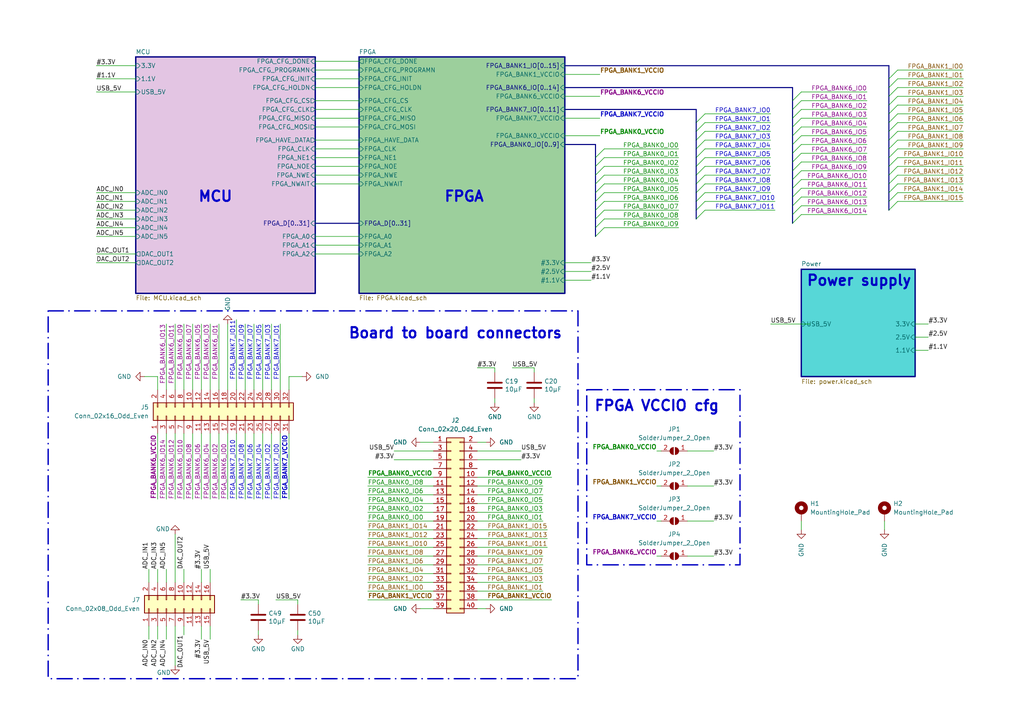
<source format=kicad_sch>
(kicad_sch (version 20231120) (generator "eeschema") (generator_version "8.0")
  (paper "A4")
  (lib_symbols
    (symbol "Connector_Generic:Conn_02x08_Odd_Even" (pin_names (offset 1.016) hide)
      (property "Reference" "J" (at 1.27 10.16 0))
      (property "Value" "Conn_02x08_Odd_Even" (at 1.27 -12.7 0))
      (symbol "Conn_02x08_Odd_Even_1_1"
        (rectangle (start -1.27 -10.033) (end 0 -10.287) (stroke (width 0.1524)))
        (rectangle (start -1.27 -7.493) (end 0 -7.747) (stroke (width 0.1524)))
        (rectangle (start -1.27 -4.953) (end 0 -5.207) (stroke (width 0.1524)))
        (rectangle (start -1.27 -2.413) (end 0 -2.667) (stroke (width 0.1524)))
        (rectangle (start -1.27 0.127) (end 0 -0.127) (stroke (width 0.1524)))
        (rectangle (start -1.27 2.667) (end 0 2.413) (stroke (width 0.1524)))
        (rectangle (start -1.27 5.207) (end 0 4.953) (stroke (width 0.1524)))
        (rectangle (start -1.27 7.747) (end 0 7.493) (stroke (width 0.1524)))
        (rectangle (start -1.27 8.89) (end 3.81 -11.43) (stroke (width 0.254)) (fill (type background)))
        (rectangle (start 3.81 -10.033) (end 2.54 -10.287) (stroke (width 0.1524)))
        (rectangle (start 3.81 -7.493) (end 2.54 -7.747) (stroke (width 0.1524)))
        (rectangle (start 3.81 -4.953) (end 2.54 -5.207) (stroke (width 0.1524)))
        (rectangle (start 3.81 -2.413) (end 2.54 -2.667) (stroke (width 0.1524)))
        (rectangle (start 3.81 0.127) (end 2.54 -0.127) (stroke (width 0.1524)))
        (rectangle (start 3.81 2.667) (end 2.54 2.413) (stroke (width 0.1524)))
        (rectangle (start 3.81 5.207) (end 2.54 4.953) (stroke (width 0.1524)))
        (rectangle (start 3.81 7.747) (end 2.54 7.493) (stroke (width 0.1524)))
        (pin passive line (at -5.08 7.62 0) (length 3.81) (name "Pin_1") (number "1"))
        (pin passive line (at 7.62 -2.54 180) (length 3.81) (name "Pin_10") (number "10"))
        (pin passive line (at -5.08 -5.08 0) (length 3.81) (name "Pin_11") (number "11"))
        (pin passive line (at 7.62 -5.08 180) (length 3.81) (name "Pin_12") (number "12"))
        (pin passive line (at -5.08 -7.62 0) (length 3.81) (name "Pin_13") (number "13"))
        (pin passive line (at 7.62 -7.62 180) (length 3.81) (name "Pin_14") (number "14"))
        (pin passive line (at -5.08 -10.16 0) (length 3.81) (name "Pin_15") (number "15"))
        (pin passive line (at 7.62 -10.16 180) (length 3.81) (name "Pin_16") (number "16"))
        (pin passive line (at 7.62 7.62 180) (length 3.81) (name "Pin_2") (number "2"))
        (pin passive line (at -5.08 5.08 0) (length 3.81) (name "Pin_3") (number "3"))
        (pin passive line (at 7.62 5.08 180) (length 3.81) (name "Pin_4") (number "4"))
        (pin passive line (at -5.08 2.54 0) (length 3.81) (name "Pin_5") (number "5"))
        (pin passive line (at 7.62 2.54 180) (length 3.81) (name "Pin_6") (number "6"))
        (pin passive line (at -5.08 0 0) (length 3.81) (name "Pin_7") (number "7"))
        (pin passive line (at 7.62 0 180) (length 3.81) (name "Pin_8") (number "8"))
        (pin passive line (at -5.08 -2.54 0) (length 3.81) (name "Pin_9") (number "9"))
      )
    )
    (symbol "Connector_Generic:Conn_02x16_Odd_Even" (pin_names (offset 1.016) hide)
      (property "Reference" "J" (at 1.27 20.32 0))
      (property "Value" "Conn_02x16_Odd_Even" (at 1.27 -22.86 0))
      (symbol "Conn_02x16_Odd_Even_1_1"
        (rectangle (start -1.27 -20.193) (end 0 -20.447) (stroke (width 0.1524)))
        (rectangle (start -1.27 -17.653) (end 0 -17.907) (stroke (width 0.1524)))
        (rectangle (start -1.27 -15.113) (end 0 -15.367) (stroke (width 0.1524)))
        (rectangle (start -1.27 -12.573) (end 0 -12.827) (stroke (width 0.1524)))
        (rectangle (start -1.27 -10.033) (end 0 -10.287) (stroke (width 0.1524)))
        (rectangle (start -1.27 -7.493) (end 0 -7.747) (stroke (width 0.1524)))
        (rectangle (start -1.27 -4.953) (end 0 -5.207) (stroke (width 0.1524)))
        (rectangle (start -1.27 -2.413) (end 0 -2.667) (stroke (width 0.1524)))
        (rectangle (start -1.27 0.127) (end 0 -0.127) (stroke (width 0.1524)))
        (rectangle (start -1.27 2.667) (end 0 2.413) (stroke (width 0.1524)))
        (rectangle (start -1.27 5.207) (end 0 4.953) (stroke (width 0.1524)))
        (rectangle (start -1.27 7.747) (end 0 7.493) (stroke (width 0.1524)))
        (rectangle (start -1.27 10.287) (end 0 10.033) (stroke (width 0.1524)))
        (rectangle (start -1.27 12.827) (end 0 12.573) (stroke (width 0.1524)))
        (rectangle (start -1.27 15.367) (end 0 15.113) (stroke (width 0.1524)))
        (rectangle (start -1.27 17.907) (end 0 17.653) (stroke (width 0.1524)))
        (rectangle (start -1.27 19.05) (end 3.81 -21.59) (stroke (width 0.254)) (fill (type background)))
        (rectangle (start 3.81 -20.193) (end 2.54 -20.447) (stroke (width 0.1524)))
        (rectangle (start 3.81 -17.653) (end 2.54 -17.907) (stroke (width 0.1524)))
        (rectangle (start 3.81 -15.113) (end 2.54 -15.367) (stroke (width 0.1524)))
        (rectangle (start 3.81 -12.573) (end 2.54 -12.827) (stroke (width 0.1524)))
        (rectangle (start 3.81 -10.033) (end 2.54 -10.287) (stroke (width 0.1524)))
        (rectangle (start 3.81 -7.493) (end 2.54 -7.747) (stroke (width 0.1524)))
        (rectangle (start 3.81 -4.953) (end 2.54 -5.207) (stroke (width 0.1524)))
        (rectangle (start 3.81 -2.413) (end 2.54 -2.667) (stroke (width 0.1524)))
        (rectangle (start 3.81 0.127) (end 2.54 -0.127) (stroke (width 0.1524)))
        (rectangle (start 3.81 2.667) (end 2.54 2.413) (stroke (width 0.1524)))
        (rectangle (start 3.81 5.207) (end 2.54 4.953) (stroke (width 0.1524)))
        (rectangle (start 3.81 7.747) (end 2.54 7.493) (stroke (width 0.1524)))
        (rectangle (start 3.81 10.287) (end 2.54 10.033) (stroke (width 0.1524)))
        (rectangle (start 3.81 12.827) (end 2.54 12.573) (stroke (width 0.1524)))
        (rectangle (start 3.81 15.367) (end 2.54 15.113) (stroke (width 0.1524)))
        (rectangle (start 3.81 17.907) (end 2.54 17.653) (stroke (width 0.1524)))
        (pin passive line (at -5.08 17.78 0) (length 3.81) (name "Pin_1") (number "1"))
        (pin passive line (at 7.62 7.62 180) (length 3.81) (name "Pin_10") (number "10"))
        (pin passive line (at -5.08 5.08 0) (length 3.81) (name "Pin_11") (number "11"))
        (pin passive line (at 7.62 5.08 180) (length 3.81) (name "Pin_12") (number "12"))
        (pin passive line (at -5.08 2.54 0) (length 3.81) (name "Pin_13") (number "13"))
        (pin passive line (at 7.62 2.54 180) (length 3.81) (name "Pin_14") (number "14"))
        (pin passive line (at -5.08 0 0) (length 3.81) (name "Pin_15") (number "15"))
        (pin passive line (at 7.62 0 180) (length 3.81) (name "Pin_16") (number "16"))
        (pin passive line (at -5.08 -2.54 0) (length 3.81) (name "Pin_17") (number "17"))
        (pin passive line (at 7.62 -2.54 180) (length 3.81) (name "Pin_18") (number "18"))
        (pin passive line (at -5.08 -5.08 0) (length 3.81) (name "Pin_19") (number "19"))
        (pin passive line (at 7.62 17.78 180) (length 3.81) (name "Pin_2") (number "2"))
        (pin passive line (at 7.62 -5.08 180) (length 3.81) (name "Pin_20") (number "20"))
        (pin passive line (at -5.08 -7.62 0) (length 3.81) (name "Pin_21") (number "21"))
        (pin passive line (at 7.62 -7.62 180) (length 3.81) (name "Pin_22") (number "22"))
        (pin passive line (at -5.08 -10.16 0) (length 3.81) (name "Pin_23") (number "23"))
        (pin passive line (at 7.62 -10.16 180) (length 3.81) (name "Pin_24") (number "24"))
        (pin passive line (at -5.08 -12.7 0) (length 3.81) (name "Pin_25") (number "25"))
        (pin passive line (at 7.62 -12.7 180) (length 3.81) (name "Pin_26") (number "26"))
        (pin passive line (at -5.08 -15.24 0) (length 3.81) (name "Pin_27") (number "27"))
        (pin passive line (at 7.62 -15.24 180) (length 3.81) (name "Pin_28") (number "28"))
        (pin passive line (at -5.08 -17.78 0) (length 3.81) (name "Pin_29") (number "29"))
        (pin passive line (at -5.08 15.24 0) (length 3.81) (name "Pin_3") (number "3"))
        (pin passive line (at 7.62 -17.78 180) (length 3.81) (name "Pin_30") (number "30"))
        (pin passive line (at -5.08 -20.32 0) (length 3.81) (name "Pin_31") (number "31"))
        (pin passive line (at 7.62 -20.32 180) (length 3.81) (name "Pin_32") (number "32"))
        (pin passive line (at 7.62 15.24 180) (length 3.81) (name "Pin_4") (number "4"))
        (pin passive line (at -5.08 12.7 0) (length 3.81) (name "Pin_5") (number "5"))
        (pin passive line (at 7.62 12.7 180) (length 3.81) (name "Pin_6") (number "6"))
        (pin passive line (at -5.08 10.16 0) (length 3.81) (name "Pin_7") (number "7"))
        (pin passive line (at 7.62 10.16 180) (length 3.81) (name "Pin_8") (number "8"))
        (pin passive line (at -5.08 7.62 0) (length 3.81) (name "Pin_9") (number "9"))
      )
    )
    (symbol "Connector_Generic:Conn_02x20_Odd_Even" (pin_names (offset 1.016) hide)
      (property "Reference" "J" (at 1.27 25.4 0))
      (property "Value" "Conn_02x20_Odd_Even" (at 1.27 -27.94 0))
      (symbol "Conn_02x20_Odd_Even_1_1"
        (rectangle (start -1.27 -25.273) (end 0 -25.527) (stroke (width 0.1524)))
        (rectangle (start -1.27 -22.733) (end 0 -22.987) (stroke (width 0.1524)))
        (rectangle (start -1.27 -20.193) (end 0 -20.447) (stroke (width 0.1524)))
        (rectangle (start -1.27 -17.653) (end 0 -17.907) (stroke (width 0.1524)))
        (rectangle (start -1.27 -15.113) (end 0 -15.367) (stroke (width 0.1524)))
        (rectangle (start -1.27 -12.573) (end 0 -12.827) (stroke (width 0.1524)))
        (rectangle (start -1.27 -10.033) (end 0 -10.287) (stroke (width 0.1524)))
        (rectangle (start -1.27 -7.493) (end 0 -7.747) (stroke (width 0.1524)))
        (rectangle (start -1.27 -4.953) (end 0 -5.207) (stroke (width 0.1524)))
        (rectangle (start -1.27 -2.413) (end 0 -2.667) (stroke (width 0.1524)))
        (rectangle (start -1.27 0.127) (end 0 -0.127) (stroke (width 0.1524)))
        (rectangle (start -1.27 2.667) (end 0 2.413) (stroke (width 0.1524)))
        (rectangle (start -1.27 5.207) (end 0 4.953) (stroke (width 0.1524)))
        (rectangle (start -1.27 7.747) (end 0 7.493) (stroke (width 0.1524)))
        (rectangle (start -1.27 10.287) (end 0 10.033) (stroke (width 0.1524)))
        (rectangle (start -1.27 12.827) (end 0 12.573) (stroke (width 0.1524)))
        (rectangle (start -1.27 15.367) (end 0 15.113) (stroke (width 0.1524)))
        (rectangle (start -1.27 17.907) (end 0 17.653) (stroke (width 0.1524)))
        (rectangle (start -1.27 20.447) (end 0 20.193) (stroke (width 0.1524)))
        (rectangle (start -1.27 22.987) (end 0 22.733) (stroke (width 0.1524)))
        (rectangle (start -1.27 24.13) (end 3.81 -26.67) (stroke (width 0.254)) (fill (type background)))
        (rectangle (start 3.81 -25.273) (end 2.54 -25.527) (stroke (width 0.1524)))
        (rectangle (start 3.81 -22.733) (end 2.54 -22.987) (stroke (width 0.1524)))
        (rectangle (start 3.81 -20.193) (end 2.54 -20.447) (stroke (width 0.1524)))
        (rectangle (start 3.81 -17.653) (end 2.54 -17.907) (stroke (width 0.1524)))
        (rectangle (start 3.81 -15.113) (end 2.54 -15.367) (stroke (width 0.1524)))
        (rectangle (start 3.81 -12.573) (end 2.54 -12.827) (stroke (width 0.1524)))
        (rectangle (start 3.81 -10.033) (end 2.54 -10.287) (stroke (width 0.1524)))
        (rectangle (start 3.81 -7.493) (end 2.54 -7.747) (stroke (width 0.1524)))
        (rectangle (start 3.81 -4.953) (end 2.54 -5.207) (stroke (width 0.1524)))
        (rectangle (start 3.81 -2.413) (end 2.54 -2.667) (stroke (width 0.1524)))
        (rectangle (start 3.81 0.127) (end 2.54 -0.127) (stroke (width 0.1524)))
        (rectangle (start 3.81 2.667) (end 2.54 2.413) (stroke (width 0.1524)))
        (rectangle (start 3.81 5.207) (end 2.54 4.953) (stroke (width 0.1524)))
        (rectangle (start 3.81 7.747) (end 2.54 7.493) (stroke (width 0.1524)))
        (rectangle (start 3.81 10.287) (end 2.54 10.033) (stroke (width 0.1524)))
        (rectangle (start 3.81 12.827) (end 2.54 12.573) (stroke (width 0.1524)))
        (rectangle (start 3.81 15.367) (end 2.54 15.113) (stroke (width 0.1524)))
        (rectangle (start 3.81 17.907) (end 2.54 17.653) (stroke (width 0.1524)))
        (rectangle (start 3.81 20.447) (end 2.54 20.193) (stroke (width 0.1524)))
        (rectangle (start 3.81 22.987) (end 2.54 22.733) (stroke (width 0.1524)))
        (pin passive line (at -5.08 22.86 0) (length 3.81) (name "Pin_1") (number "1"))
        (pin passive line (at 7.62 12.7 180) (length 3.81) (name "Pin_10") (number "10"))
        (pin passive line (at -5.08 10.16 0) (length 3.81) (name "Pin_11") (number "11"))
        (pin passive line (at 7.62 10.16 180) (length 3.81) (name "Pin_12") (number "12"))
        (pin passive line (at -5.08 7.62 0) (length 3.81) (name "Pin_13") (number "13"))
        (pin passive line (at 7.62 7.62 180) (length 3.81) (name "Pin_14") (number "14"))
        (pin passive line (at -5.08 5.08 0) (length 3.81) (name "Pin_15") (number "15"))
        (pin passive line (at 7.62 5.08 180) (length 3.81) (name "Pin_16") (number "16"))
        (pin passive line (at -5.08 2.54 0) (length 3.81) (name "Pin_17") (number "17"))
        (pin passive line (at 7.62 2.54 180) (length 3.81) (name "Pin_18") (number "18"))
        (pin passive line (at -5.08 0 0) (length 3.81) (name "Pin_19") (number "19"))
        (pin passive line (at 7.62 22.86 180) (length 3.81) (name "Pin_2") (number "2"))
        (pin passive line (at 7.62 0 180) (length 3.81) (name "Pin_20") (number "20"))
        (pin passive line (at -5.08 -2.54 0) (length 3.81) (name "Pin_21") (number "21"))
        (pin passive line (at 7.62 -2.54 180) (length 3.81) (name "Pin_22") (number "22"))
        (pin passive line (at -5.08 -5.08 0) (length 3.81) (name "Pin_23") (number "23"))
        (pin passive line (at 7.62 -5.08 180) (length 3.81) (name "Pin_24") (number "24"))
        (pin passive line (at -5.08 -7.62 0) (length 3.81) (name "Pin_25") (number "25"))
        (pin passive line (at 7.62 -7.62 180) (length 3.81) (name "Pin_26") (number "26"))
        (pin passive line (at -5.08 -10.16 0) (length 3.81) (name "Pin_27") (number "27"))
        (pin passive line (at 7.62 -10.16 180) (length 3.81) (name "Pin_28") (number "28"))
        (pin passive line (at -5.08 -12.7 0) (length 3.81) (name "Pin_29") (number "29"))
        (pin passive line (at -5.08 20.32 0) (length 3.81) (name "Pin_3") (number "3"))
        (pin passive line (at 7.62 -12.7 180) (length 3.81) (name "Pin_30") (number "30"))
        (pin passive line (at -5.08 -15.24 0) (length 3.81) (name "Pin_31") (number "31"))
        (pin passive line (at 7.62 -15.24 180) (length 3.81) (name "Pin_32") (number "32"))
        (pin passive line (at -5.08 -17.78 0) (length 3.81) (name "Pin_33") (number "33"))
        (pin passive line (at 7.62 -17.78 180) (length 3.81) (name "Pin_34") (number "34"))
        (pin passive line (at -5.08 -20.32 0) (length 3.81) (name "Pin_35") (number "35"))
        (pin passive line (at 7.62 -20.32 180) (length 3.81) (name "Pin_36") (number "36"))
        (pin passive line (at -5.08 -22.86 0) (length 3.81) (name "Pin_37") (number "37"))
        (pin passive line (at 7.62 -22.86 180) (length 3.81) (name "Pin_38") (number "38"))
        (pin passive line (at -5.08 -25.4 0) (length 3.81) (name "Pin_39") (number "39"))
        (pin passive line (at 7.62 20.32 180) (length 3.81) (name "Pin_4") (number "4"))
        (pin passive line (at 7.62 -25.4 180) (length 3.81) (name "Pin_40") (number "40"))
        (pin passive line (at -5.08 17.78 0) (length 3.81) (name "Pin_5") (number "5"))
        (pin passive line (at 7.62 17.78 180) (length 3.81) (name "Pin_6") (number "6"))
        (pin passive line (at -5.08 15.24 0) (length 3.81) (name "Pin_7") (number "7"))
        (pin passive line (at 7.62 15.24 180) (length 3.81) (name "Pin_8") (number "8"))
        (pin passive line (at -5.08 12.7 0) (length 3.81) (name "Pin_9") (number "9"))
      )
    )
    (symbol "Device:C" (pin_numbers hide) (pin_names (offset 0.254))
      (property "Reference" "C" (at 0.635 2.54 0))
      (property "Value" "C" (at 0.635 -2.54 0))
      (symbol "C_0_1"
        (polyline (pts (xy -2.032 -0.762) (xy 2.032 -0.762)) (stroke (width 0.508)))
        (polyline (pts (xy -2.032 0.762) (xy 2.032 0.762)) (stroke (width 0.508)))
      )
      (symbol "C_1_1"
        (pin passive line (at 0 3.81 270) (length 2.794) (name "~") (number "1"))
        (pin passive line (at 0 -3.81 90) (length 2.794) (name "~") (number "2"))
      )
    )
    (symbol "Jumper:SolderJumper_2_Open" (pin_names (offset 0) hide)
      (property "Reference" "JP" (at 0 2.032 0))
      (property "Value" "SolderJumper_2_Open" (at 0 -2.54 0))
      (symbol "SolderJumper_2_Open_0_1"
        (arc (start -0.254 1.016) (mid -1.2656 0) (end -0.254 -1.016))
        (arc (start -0.254 1.016) (mid -1.2656 0) (end -0.254 -1.016) (fill (type outline)))
        (polyline (pts (xy -0.254 1.016) (xy -0.254 -1.016)))
        (polyline (pts (xy 0.254 1.016) (xy 0.254 -1.016)))
        (arc (start 0.254 -1.016) (mid 1.2656 0) (end 0.254 1.016))
        (arc (start 0.254 -1.016) (mid 1.2656 0) (end 0.254 1.016) (fill (type outline)))
      )
      (symbol "SolderJumper_2_Open_1_1"
        (pin passive line (at -3.81 0 0) (length 2.54) (name "A") (number "1"))
        (pin passive line (at 3.81 0 180) (length 2.54) (name "B") (number "2"))
      )
    )
    (symbol "Mechanical:MountingHole_Pad" (pin_numbers hide) (pin_names (offset 1.016) hide)
      (property "Reference" "H" (at 0 6.35 0))
      (property "Value" "MountingHole_Pad" (at 0 4.445 0))
      (symbol "MountingHole_Pad_0_1"
        (circle (center 0 1.27) (radius 1.27) (stroke (width 1.27)))
      )
      (symbol "MountingHole_Pad_1_1"
        (pin input line (at 0 -2.54 90) (length 2.54) (name "1") (number "1"))
      )
    )
    (symbol "power:GND" (power) (pin_names (offset 0))
      (property "Value" "GND" (at 0 -3.81 0))
      (symbol "GND_0_1"
        (polyline (pts (xy 0 0) (xy 0 -1.27) (xy 1.27 -1.27) (xy 0 -2.54) (xy -1.27 -1.27) (xy 0 -1.27)))
      )
      (symbol "GND_1_1"
        (pin power_in line (at 0 0 270) (length 0) hide (name "GND") (number "1"))
      )
    )
  )
  (bus_entry (at 260.35 25.4) (size -2.54 2.54))
  (bus_entry (at 260.35 22.86) (size -2.54 2.54))
  (bus_entry (at 260.35 53.34) (size -2.54 2.54))
  (bus_entry (at 204.47 35.56) (size -2.54 2.54))
  (bus_entry (at 260.35 40.64) (size -2.54 2.54))
  (bus_entry (at 229.87 34.29) (size 2.54 -2.54))
  (bus_entry (at 229.87 49.53) (size 2.54 -2.54))
  (bus_entry (at 260.35 33.02) (size -2.54 2.54))
  (bus_entry (at 229.87 59.69) (size 2.54 -2.54))
  (bus_entry (at 175.26 50.8) (size -2.54 2.54))
  (bus_entry (at 229.87 64.77) (size 2.54 -2.54))
  (bus_entry (at 204.47 43.18) (size -2.54 2.54))
  (bus_entry (at 175.26 60.96) (size -2.54 2.54))
  (bus_entry (at 229.87 39.37) (size 2.54 -2.54))
  (bus_entry (at 204.47 55.88) (size -2.54 2.54))
  (bus_entry (at 260.35 48.26) (size -2.54 2.54))
  (bus_entry (at 175.26 48.26) (size -2.54 2.54))
  (bus_entry (at 260.35 45.72) (size -2.54 2.54))
  (bus_entry (at 204.47 58.42) (size -2.54 2.54))
  (bus_entry (at 229.87 46.99) (size 2.54 -2.54))
  (bus_entry (at 175.26 43.18) (size -2.54 2.54))
  (bus_entry (at 260.35 50.8) (size -2.54 2.54))
  (bus_entry (at 175.26 45.72) (size -2.54 2.54))
  (bus_entry (at 204.47 48.26) (size -2.54 2.54))
  (bus_entry (at 204.47 45.72) (size -2.54 2.54))
  (bus_entry (at 229.87 41.91) (size 2.54 -2.54))
  (bus_entry (at 204.47 50.8) (size -2.54 2.54))
  (bus_entry (at 229.87 44.45) (size 2.54 -2.54))
  (bus_entry (at 204.47 33.02) (size -2.54 2.54))
  (bus_entry (at 204.47 60.96) (size -2.54 2.54))
  (bus_entry (at 175.26 66.04) (size -2.54 2.54))
  (bus_entry (at 204.47 40.64) (size -2.54 2.54))
  (bus_entry (at 229.87 29.21) (size 2.54 -2.54))
  (bus_entry (at 229.87 54.61) (size 2.54 -2.54))
  (bus_entry (at 229.87 31.75) (size 2.54 -2.54))
  (bus_entry (at 229.87 52.07) (size 2.54 -2.54))
  (bus_entry (at 229.87 62.23) (size 2.54 -2.54))
  (bus_entry (at 260.35 58.42) (size -2.54 2.54))
  (bus_entry (at 260.35 43.18) (size -2.54 2.54))
  (bus_entry (at 260.35 30.48) (size -2.54 2.54))
  (bus_entry (at 260.35 55.88) (size -2.54 2.54))
  (bus_entry (at 229.87 36.83) (size 2.54 -2.54))
  (bus_entry (at 260.35 35.56) (size -2.54 2.54))
  (bus_entry (at 175.26 58.42) (size -2.54 2.54))
  (bus_entry (at 175.26 53.34) (size -2.54 2.54))
  (bus_entry (at 204.47 38.1) (size -2.54 2.54))
  (bus_entry (at 260.35 20.32) (size -2.54 2.54))
  (bus_entry (at 229.87 57.15) (size 2.54 -2.54))
  (bus_entry (at 175.26 55.88) (size -2.54 2.54))
  (bus_entry (at 260.35 27.94) (size -2.54 2.54))
  (bus_entry (at 175.26 63.5) (size -2.54 2.54))
  (bus_entry (at 260.35 38.1) (size -2.54 2.54))
  (bus_entry (at 204.47 53.34) (size -2.54 2.54))
  (wire (pts (xy 68.58 144.78) (xy 68.58 125.73)))
  (wire (pts (xy 91.44 20.32) (xy 104.14 20.32)))
  (wire (pts (xy 63.5 93.98) (xy 63.5 113.03)))
  (bus (pts (xy 172.72 58.42) (xy 172.72 60.96)))
  (bus (pts (xy 201.93 50.8) (xy 201.93 53.34)))
  (wire (pts (xy 251.46 57.15) (xy 232.41 57.15)))
  (wire (pts (xy 121.92 176.53) (xy 125.73 176.53)))
  (wire (pts (xy 74.93 173.99) (xy 74.93 175.26)))
  (bus (pts (xy 257.81 22.86) (xy 257.81 25.4)))
  (wire (pts (xy 45.72 185.42) (xy 45.72 181.61)))
  (wire (pts (xy 106.68 166.37) (xy 125.73 166.37)))
  (wire (pts (xy 91.44 73.66) (xy 104.14 73.66)))
  (bus (pts (xy 172.72 66.04) (xy 172.72 68.58)))
  (wire (pts (xy 43.18 185.42) (xy 43.18 181.61)))
  (wire (pts (xy 81.28 144.78) (xy 81.28 125.73)))
  (bus (pts (xy 172.72 50.8) (xy 172.72 53.34)))
  (wire (pts (xy 256.54 153.67) (xy 256.54 151.13)))
  (wire (pts (xy 60.96 125.73) (xy 60.96 144.78)))
  (bus (pts (xy 257.81 55.88) (xy 257.81 58.42)))
  (bus (pts (xy 257.81 45.72) (xy 257.81 48.26)))
  (wire (pts (xy 58.42 185.42) (xy 58.42 181.61)))
  (wire (pts (xy 163.83 76.2) (xy 171.45 76.2)))
  (wire (pts (xy 279.4 25.4) (xy 260.35 25.4)))
  (wire (pts (xy 163.83 81.28) (xy 171.45 81.28)))
  (wire (pts (xy 223.52 35.56) (xy 204.47 35.56)))
  (bus (pts (xy 257.81 33.02) (xy 257.81 35.56)))
  (wire (pts (xy 91.44 53.34) (xy 104.14 53.34)))
  (bus (pts (xy 257.81 25.4) (xy 257.81 27.94)))
  (wire (pts (xy 196.85 48.26) (xy 175.26 48.26)))
  (wire (pts (xy 190.5 130.81) (xy 191.77 130.81)))
  (wire (pts (xy 265.43 93.98) (xy 269.24 93.98)))
  (wire (pts (xy 279.4 53.34) (xy 260.35 53.34)))
  (wire (pts (xy 27.94 63.5) (xy 39.37 63.5)))
  (wire (pts (xy 151.13 133.35) (xy 138.43 133.35)))
  (wire (pts (xy 114.3 130.81) (xy 125.73 130.81)))
  (wire (pts (xy 106.68 173.99) (xy 125.73 173.99)))
  (wire (pts (xy 138.43 173.99) (xy 160.02 173.99)))
  (wire (pts (xy 73.66 93.98) (xy 73.66 113.03)))
  (bus (pts (xy 229.87 46.99) (xy 229.87 49.53)))
  (wire (pts (xy 251.46 36.83) (xy 232.41 36.83)))
  (wire (pts (xy 223.52 50.8) (xy 204.47 50.8)))
  (wire (pts (xy 279.4 35.56) (xy 260.35 35.56)))
  (wire (pts (xy 163.83 39.37) (xy 173.99 39.37)))
  (wire (pts (xy 143.51 116.84) (xy 143.51 115.57)))
  (wire (pts (xy 58.42 165.1) (xy 58.42 168.91)))
  (wire (pts (xy 60.96 165.1) (xy 60.96 168.91)))
  (wire (pts (xy 279.4 38.1) (xy 260.35 38.1)))
  (wire (pts (xy 86.36 173.99) (xy 86.36 175.26)))
  (wire (pts (xy 251.46 26.67) (xy 232.41 26.67)))
  (wire (pts (xy 251.46 54.61) (xy 232.41 54.61)))
  (bus (pts (xy 91.44 64.77) (xy 104.14 64.77)))
  (wire (pts (xy 138.43 128.27) (xy 140.97 128.27)))
  (wire (pts (xy 199.39 140.97) (xy 207.01 140.97)))
  (bus (pts (xy 229.87 49.53) (xy 229.87 52.07)))
  (wire (pts (xy 106.68 140.97) (xy 125.73 140.97)))
  (bus (pts (xy 201.93 53.34) (xy 201.93 55.88)))
  (wire (pts (xy 163.83 27.94) (xy 173.99 27.94)))
  (wire (pts (xy 66.04 144.78) (xy 66.04 125.73)))
  (wire (pts (xy 251.46 49.53) (xy 232.41 49.53)))
  (wire (pts (xy 199.39 151.13) (xy 207.01 151.13)))
  (bus (pts (xy 163.83 25.4) (xy 229.87 25.4)))
  (wire (pts (xy 223.52 33.02) (xy 204.47 33.02)))
  (wire (pts (xy 91.44 25.4) (xy 104.14 25.4)))
  (wire (pts (xy 83.82 125.73) (xy 83.82 144.78)))
  (bus (pts (xy 257.81 48.26) (xy 257.81 50.8)))
  (wire (pts (xy 190.5 161.29) (xy 191.77 161.29)))
  (bus (pts (xy 172.72 45.72) (xy 172.72 48.26)))
  (wire (pts (xy 45.72 144.78) (xy 45.72 125.73)))
  (wire (pts (xy 138.43 140.97) (xy 157.48 140.97)))
  (bus (pts (xy 163.83 31.75) (xy 201.93 31.75)))
  (wire (pts (xy 163.83 78.74) (xy 171.45 78.74)))
  (bus (pts (xy 163.83 19.05) (xy 257.81 19.05)))
  (wire (pts (xy 91.44 17.78) (xy 104.14 17.78)))
  (bus (pts (xy 257.81 40.64) (xy 257.81 43.18)))
  (wire (pts (xy 251.46 62.23) (xy 232.41 62.23)))
  (wire (pts (xy 55.88 144.78) (xy 55.88 125.73)))
  (wire (pts (xy 27.94 26.67) (xy 39.37 26.67)))
  (wire (pts (xy 106.68 161.29) (xy 125.73 161.29)))
  (wire (pts (xy 106.68 153.67) (xy 125.73 153.67)))
  (bus (pts (xy 257.81 58.42) (xy 257.81 60.96)))
  (bus (pts (xy 229.87 44.45) (xy 229.87 46.99)))
  (wire (pts (xy 223.52 53.34) (xy 204.47 53.34)))
  (wire (pts (xy 55.88 93.98) (xy 55.88 113.03)))
  (wire (pts (xy 158.75 153.67) (xy 138.43 153.67)))
  (bus (pts (xy 229.87 59.69) (xy 229.87 62.23)))
  (wire (pts (xy 76.2 144.78) (xy 76.2 125.73)))
  (wire (pts (xy 223.52 38.1) (xy 204.47 38.1)))
  (wire (pts (xy 154.94 106.68) (xy 154.94 107.95)))
  (bus (pts (xy 229.87 25.4) (xy 229.87 29.21)))
  (wire (pts (xy 68.58 92.71) (xy 68.58 113.03)))
  (wire (pts (xy 48.26 93.98) (xy 48.26 113.03)))
  (wire (pts (xy 50.8 154.94) (xy 50.8 168.91)))
  (bus (pts (xy 201.93 40.64) (xy 201.93 43.18)))
  (bus (pts (xy 172.72 48.26) (xy 172.72 50.8)))
  (wire (pts (xy 279.4 43.18) (xy 260.35 43.18)))
  (wire (pts (xy 232.41 153.67) (xy 232.41 151.13)))
  (wire (pts (xy 138.43 151.13) (xy 157.48 151.13)))
  (wire (pts (xy 53.34 184.15) (xy 53.34 181.61)))
  (wire (pts (xy 91.44 48.26) (xy 104.14 48.26)))
  (wire (pts (xy 138.43 138.43) (xy 160.02 138.43)))
  (bus (pts (xy 172.72 63.5) (xy 172.72 66.04)))
  (wire (pts (xy 53.34 144.78) (xy 53.34 125.73)))
  (wire (pts (xy 279.4 45.72) (xy 260.35 45.72)))
  (wire (pts (xy 196.85 66.04) (xy 175.26 66.04)))
  (wire (pts (xy 143.51 106.68) (xy 143.51 107.95)))
  (wire (pts (xy 223.52 48.26) (xy 204.47 48.26)))
  (bus (pts (xy 201.93 31.75) (xy 201.93 35.56)))
  (wire (pts (xy 80.01 173.99) (xy 86.36 173.99)))
  (bus (pts (xy 201.93 60.96) (xy 201.93 63.5)))
  (wire (pts (xy 251.46 46.99) (xy 232.41 46.99)))
  (bus (pts (xy 257.81 35.56) (xy 257.81 38.1)))
  (wire (pts (xy 83.82 109.22) (xy 83.82 113.03)))
  (wire (pts (xy 196.85 60.96) (xy 175.26 60.96)))
  (bus (pts (xy 229.87 36.83) (xy 229.87 39.37)))
  (wire (pts (xy 157.48 161.29) (xy 138.43 161.29)))
  (wire (pts (xy 27.94 58.42) (xy 39.37 58.42)))
  (bus (pts (xy 257.81 27.94) (xy 257.81 30.48)))
  (wire (pts (xy 69.85 173.99) (xy 74.93 173.99)))
  (bus (pts (xy 201.93 45.72) (xy 201.93 48.26)))
  (wire (pts (xy 279.4 30.48) (xy 260.35 30.48)))
  (wire (pts (xy 199.39 130.81) (xy 207.01 130.81)))
  (bus (pts (xy 257.81 53.34) (xy 257.81 55.88)))
  (wire (pts (xy 279.4 27.94) (xy 260.35 27.94)))
  (wire (pts (xy 251.46 31.75) (xy 232.41 31.75)))
  (wire (pts (xy 163.83 34.29) (xy 173.99 34.29)))
  (bus (pts (xy 229.87 34.29) (xy 229.87 36.83)))
  (wire (pts (xy 223.52 43.18) (xy 204.47 43.18)))
  (wire (pts (xy 251.46 44.45) (xy 232.41 44.45)))
  (wire (pts (xy 279.4 58.42) (xy 260.35 58.42)))
  (wire (pts (xy 138.43 148.59) (xy 157.48 148.59)))
  (wire (pts (xy 41.91 109.22) (xy 45.72 109.22)))
  (bus (pts (xy 229.87 29.21) (xy 229.87 31.75)))
  (wire (pts (xy 27.94 60.96) (xy 39.37 60.96)))
  (wire (pts (xy 106.68 171.45) (xy 125.73 171.45)))
  (wire (pts (xy 151.13 130.81) (xy 138.43 130.81)))
  (bus (pts (xy 229.87 52.07) (xy 229.87 54.61)))
  (wire (pts (xy 76.2 93.98) (xy 76.2 113.03)))
  (wire (pts (xy 121.92 128.27) (xy 125.73 128.27)))
  (wire (pts (xy 106.68 138.43) (xy 125.73 138.43)))
  (bus (pts (xy 257.81 30.48) (xy 257.81 33.02)))
  (bus (pts (xy 172.72 60.96) (xy 172.72 63.5)))
  (wire (pts (xy 196.85 43.18) (xy 175.26 43.18)))
  (wire (pts (xy 163.83 21.59) (xy 173.99 21.59)))
  (wire (pts (xy 157.48 168.91) (xy 138.43 168.91)))
  (wire (pts (xy 196.85 55.88) (xy 175.26 55.88)))
  (wire (pts (xy 86.36 184.15) (xy 86.36 182.88)))
  (wire (pts (xy 106.68 143.51) (xy 125.73 143.51)))
  (wire (pts (xy 45.72 109.22) (xy 45.72 113.03)))
  (wire (pts (xy 106.68 168.91) (xy 125.73 168.91)))
  (wire (pts (xy 48.26 144.78) (xy 48.26 125.73)))
  (bus (pts (xy 229.87 62.23) (xy 229.87 64.77)))
  (wire (pts (xy 91.44 29.21) (xy 104.14 29.21)))
  (wire (pts (xy 157.48 163.83) (xy 138.43 163.83)))
  (wire (pts (xy 58.42 144.78) (xy 58.42 125.73)))
  (wire (pts (xy 91.44 31.75) (xy 104.14 31.75)))
  (wire (pts (xy 158.75 156.21) (xy 138.43 156.21)))
  (wire (pts (xy 223.52 93.98) (xy 234.95 93.98)))
  (bus (pts (xy 201.93 35.56) (xy 201.93 38.1)))
  (wire (pts (xy 106.68 151.13) (xy 125.73 151.13)))
  (bus (pts (xy 257.81 38.1) (xy 257.81 40.64)))
  (wire (pts (xy 39.37 19.05) (xy 27.94 19.05)))
  (bus (pts (xy 257.81 19.05) (xy 257.81 22.86)))
  (wire (pts (xy 60.96 93.98) (xy 60.96 113.03)))
  (wire (pts (xy 63.5 144.78) (xy 63.5 125.73)))
  (wire (pts (xy 106.68 148.59) (xy 125.73 148.59)))
  (bus (pts (xy 172.72 53.34) (xy 172.72 55.88)))
  (wire (pts (xy 91.44 40.64) (xy 104.14 40.64)))
  (bus (pts (xy 229.87 54.61) (xy 229.87 57.15)))
  (wire (pts (xy 66.04 93.98) (xy 66.04 113.03)))
  (bus (pts (xy 229.87 31.75) (xy 229.87 34.29)))
  (wire (pts (xy 223.52 40.64) (xy 204.47 40.64)))
  (wire (pts (xy 138.43 146.05) (xy 157.48 146.05)))
  (wire (pts (xy 73.66 144.78) (xy 73.66 125.73)))
  (wire (pts (xy 91.44 45.72) (xy 104.14 45.72)))
  (wire (pts (xy 45.72 165.1) (xy 45.72 168.91)))
  (wire (pts (xy 48.26 185.42) (xy 48.26 181.61)))
  (wire (pts (xy 196.85 45.72) (xy 175.26 45.72)))
  (wire (pts (xy 251.46 59.69) (xy 232.41 59.69)))
  (wire (pts (xy 223.52 55.88) (xy 204.47 55.88)))
  (wire (pts (xy 224.79 58.42) (xy 204.47 58.42)))
  (wire (pts (xy 196.85 63.5) (xy 175.26 63.5)))
  (wire (pts (xy 27.94 73.66) (xy 39.37 73.66)))
  (wire (pts (xy 106.68 158.75) (xy 125.73 158.75)))
  (wire (pts (xy 71.12 144.78) (xy 71.12 125.73)))
  (wire (pts (xy 78.74 93.98) (xy 78.74 113.03)))
  (bus (pts (xy 229.87 39.37) (xy 229.87 41.91)))
  (bus (pts (xy 163.83 41.91) (xy 172.72 41.91)))
  (wire (pts (xy 71.12 93.98) (xy 71.12 113.03)))
  (wire (pts (xy 87.63 109.22) (xy 83.82 109.22)))
  (wire (pts (xy 60.96 185.42) (xy 60.96 181.61)))
  (wire (pts (xy 157.48 166.37) (xy 138.43 166.37)))
  (wire (pts (xy 27.94 68.58) (xy 39.37 68.58)))
  (bus (pts (xy 172.72 41.91) (xy 172.72 45.72)))
  (bus (pts (xy 257.81 50.8) (xy 257.81 53.34)))
  (wire (pts (xy 251.46 29.21) (xy 232.41 29.21)))
  (wire (pts (xy 106.68 156.21) (xy 125.73 156.21)))
  (wire (pts (xy 106.68 163.83) (xy 125.73 163.83)))
  (wire (pts (xy 91.44 34.29) (xy 104.14 34.29)))
  (wire (pts (xy 251.46 39.37) (xy 232.41 39.37)))
  (wire (pts (xy 81.28 93.98) (xy 81.28 113.03)))
  (wire (pts (xy 48.26 165.1) (xy 48.26 168.91)))
  (wire (pts (xy 190.5 140.97) (xy 191.77 140.97)))
  (bus (pts (xy 201.93 38.1) (xy 201.93 40.64)))
  (wire (pts (xy 251.46 52.07) (xy 232.41 52.07)))
  (wire (pts (xy 58.42 93.98) (xy 58.42 113.03)))
  (wire (pts (xy 199.39 161.29) (xy 207.01 161.29)))
  (wire (pts (xy 196.85 50.8) (xy 175.26 50.8)))
  (wire (pts (xy 43.18 165.1) (xy 43.18 168.91)))
  (wire (pts (xy 224.79 60.96) (xy 204.47 60.96)))
  (wire (pts (xy 251.46 34.29) (xy 232.41 34.29)))
  (wire (pts (xy 279.4 48.26) (xy 260.35 48.26)))
  (wire (pts (xy 50.8 144.78) (xy 50.8 125.73)))
  (wire (pts (xy 158.75 158.75) (xy 138.43 158.75)))
  (wire (pts (xy 91.44 43.18) (xy 104.14 43.18)))
  (wire (pts (xy 138.43 143.51) (xy 157.48 143.51)))
  (bus (pts (xy 201.93 55.88) (xy 201.93 58.42)))
  (wire (pts (xy 27.94 66.04) (xy 39.37 66.04)))
  (wire (pts (xy 53.34 93.98) (xy 53.34 113.03)))
  (bus (pts (xy 229.87 57.15) (xy 229.87 59.69)))
  (wire (pts (xy 53.34 165.1) (xy 53.34 168.91)))
  (wire (pts (xy 279.4 50.8) (xy 260.35 50.8)))
  (wire (pts (xy 27.94 22.86) (xy 39.37 22.86)))
  (wire (pts (xy 91.44 36.83) (xy 104.14 36.83)))
  (bus (pts (xy 201.93 58.42) (xy 201.93 60.96)))
  (wire (pts (xy 78.74 144.78) (xy 78.74 125.73)))
  (wire (pts (xy 27.94 76.2) (xy 39.37 76.2)))
  (wire (pts (xy 27.94 55.88) (xy 39.37 55.88)))
  (wire (pts (xy 223.52 45.72) (xy 204.47 45.72)))
  (wire (pts (xy 265.43 97.79) (xy 269.24 97.79)))
  (wire (pts (xy 157.48 171.45) (xy 138.43 171.45)))
  (wire (pts (xy 91.44 68.58) (xy 104.14 68.58)))
  (bus (pts (xy 201.93 43.18) (xy 201.93 45.72)))
  (wire (pts (xy 74.93 184.15) (xy 74.93 182.88)))
  (wire (pts (xy 279.4 33.02) (xy 260.35 33.02)))
  (wire (pts (xy 91.44 22.86) (xy 104.14 22.86)))
  (wire (pts (xy 106.68 146.05) (xy 125.73 146.05)))
  (bus (pts (xy 257.81 43.18) (xy 257.81 45.72)))
  (wire (pts (xy 279.4 22.86) (xy 260.35 22.86)))
  (wire (pts (xy 138.43 176.53) (xy 140.97 176.53)))
  (wire (pts (xy 91.44 71.12) (xy 104.14 71.12)))
  (wire (pts (xy 138.43 106.68) (xy 143.51 106.68)))
  (wire (pts (xy 279.4 40.64) (xy 260.35 40.64)))
  (wire (pts (xy 190.5 151.13) (xy 191.77 151.13)))
  (wire (pts (xy 148.59 106.68) (xy 154.94 106.68)))
  (wire (pts (xy 196.85 53.34) (xy 175.26 53.34)))
  (wire (pts (xy 154.94 116.84) (xy 154.94 115.57)))
  (wire (pts (xy 265.43 101.6) (xy 269.24 101.6)))
  (bus (pts (xy 201.93 48.26) (xy 201.93 50.8)))
  (wire (pts (xy 251.46 41.91) (xy 232.41 41.91)))
  (wire (pts (xy 279.4 55.88) (xy 260.35 55.88)))
  (wire (pts (xy 279.4 20.32) (xy 260.35 20.32)))
  (wire (pts (xy 114.3 133.35) (xy 125.73 133.35)))
  (wire (pts (xy 50.8 93.98) (xy 50.8 113.03)))
  (wire (pts (xy 91.44 50.8) (xy 104.14 50.8)))
  (bus (pts (xy 172.72 55.88) (xy 172.72 58.42)))
  (wire (pts (xy 50.8 193.04) (xy 50.8 181.61)))
  (bus (pts (xy 229.87 41.91) (xy 229.87 44.45)))
  (wire (pts (xy 196.85 58.42) (xy 175.26 58.42)))
  (rectangle (start 170.18 113.03) (end 214.63 163.83) (stroke (width 0.4) (type dash_dot)))
  (rectangle (start 13.97 90.17) (end 167.64 196.85) (stroke (width 0.4) (type dash_dot)))
  (text "Board to board connectors" (at 132.08 96.774 0) (effects (font (size 3 3) (thickness 0.6) (bold yes))))
  (text "FPGA VCCIO cfg" (at 190.5 117.856 0) (effects (font (size 3 3) (thickness 0.6) (bold yes))))
  (text "FPGA" (at 134.62 57.15 0) (effects (font (size 3 3) (thickness 0.6) (bold yes))))
  (text "MCU" (at 62.484 57.15 0) (effects (font (size 3 3) (thickness 0.6) (bold yes))))
  (text "Power supply" (at 249.174 81.534 0) (effects (font (size 3 3) (thickness 0.6) (bold yes))))
  (label "FPGA_BANK6_IO2" (at 251.46 31.75 180))
  (label "FPGA_BANK6_IO1" (at 251.46 29.21 180))
  (label "ADC_IN5" (at 48.26 165.1 90))
  (label "#3.3V" (at 58.42 185.42 270))
  (label "#1.1V" (at 269.24 101.6 0))
  (label "FPGA_BANK1_IO12" (at 279.4 50.8 180))
  (label "FPGA_BANK1_VCCIO" (at 190.5 140.97 180) (effects (font (bold yes))))
  (label "FPGA_BANK7_IO1" (at 81.28 93.98 270))
  (label "DAC_OUT2" (at 27.94 76.2 0))
  (label "FPGA_BANK6_IO2" (at 63.5 144.78 90))
  (label "ADC_IN1" (at 27.94 58.42 0))
  (label "FPGA_BANK1_VCCIO" (at 106.68 173.99 0) (effects (font (thickness 0.254) (bold yes))))
  (label "ADC_IN3" (at 45.72 165.1 90))
  (label "FPGA_BANK6_IO14" (at 251.46 62.23 180))
  (label "FPGA_BANK1_IO11" (at 158.75 158.75 180))
  (label "FPGA_BANK7_IO6" (at 73.66 144.78 90))
  (label "FPGA_BANK7_IO3" (at 78.74 93.98 270))
  (label "FPGA_BANK0_IO8" (at 106.68 140.97 0))
  (label "FPGA_BANK6_IO9" (at 251.46 49.53 180))
  (label "DAC_OUT1" (at 27.94 73.66 0))
  (label "FPGA_BANK1_IO13" (at 158.75 156.21 180))
  (label "FPGA_BANK0_IO2" (at 196.85 48.26 180))
  (label "FPGA_BANK6_IO4" (at 60.96 144.78 90))
  (label "USB_5V" (at 80.01 173.99 0))
  (label "FPGA_BANK6_IO8" (at 55.88 144.78 90))
  (label "FPGA_BANK0_IO1" (at 157.48 151.13 180))
  (label "USB_5V" (at 27.94 26.67 0))
  (label "FPGA_BANK1_IO10" (at 279.4 45.72 180))
  (label "FPGA_BANK0_IO2" (at 106.68 148.59 0))
  (label "USB_5V" (at 60.96 185.42 270))
  (label "FPGA_BANK6_IO12" (at 50.8 144.78 90))
  (label "FPGA_BANK6_IO12" (at 251.46 57.15 180))
  (label "FPGA_BANK6_IO0" (at 66.04 144.78 90))
  (label "FPGA_BANK6_IO4" (at 251.46 36.83 180))
  (label "#3.3V" (at 138.43 106.68 0))
  (label "FPGA_BANK7_IO5" (at 223.52 45.72 180))
  (label "FPGA_BANK6_IO14" (at 48.26 144.78 90))
  (label "#1.1V" (at 171.45 81.28 0))
  (label "FPGA_BANK7_IO2" (at 223.52 38.1 180))
  (label "FPGA_BANK1_IO7" (at 157.48 163.83 180))
  (label "ADC_IN2" (at 27.94 60.96 0))
  (label "FPGA_BANK7_IO8" (at 223.52 53.34 180))
  (label "FPGA_BANK6_IO8" (at 251.46 46.99 180))
  (label "FPGA_BANK7_IO6" (at 223.52 48.26 180))
  (label "DAC_OUT1" (at 53.34 184.15 270))
  (label "ADC_IN1" (at 43.18 165.1 90))
  (label "FPGA_BANK6_IO3" (at 251.46 34.29 180))
  (label "USB_5V" (at 60.96 165.1 90))
  (label "ADC_IN3" (at 27.94 63.5 0))
  (label "FPGA_BANK1_VCCIO" (at 173.99 21.59 0) (effects (font (bold yes))))
  (label "FPGA_BANK6_IO7" (at 251.46 44.45 180))
  (label "FPGA_BANK6_IO5" (at 251.46 39.37 180))
  (label "#3.3V" (at 207.01 130.81 0))
  (label "FPGA_BANK0_IO4" (at 106.68 146.05 0))
  (label "FPGA_BANK0_IO4" (at 196.85 53.34 180))
  (label "FPGA_BANK7_IO9" (at 223.52 55.88 180))
  (label "FPGA_BANK1_IO7" (at 279.4 38.1 180))
  (label "FPGA_BANK0_IO5" (at 196.85 55.88 180))
  (label "FPGA_BANK6_IO7" (at 55.88 93.98 270))
  (label "FPGA_BANK1_VCCIO" (at 160.02 173.99 180) (effects (font (thickness 0.254) (bold yes))))
  (label "FPGA_BANK6_IO11" (at 50.8 93.98 270))
  (label "FPGA_BANK7_IO5" (at 76.2 93.98 270))
  (label "DAC_OUT2" (at 53.34 165.1 90))
  (label "#3.3V" (at 69.85 173.99 0))
  (label "USB_5V" (at 114.3 130.81 180))
  (label "FPGA_BANK1_IO4" (at 106.68 166.37 0))
  (label "FPGA_BANK1_IO0" (at 106.68 171.45 0))
  (label "FPGA_BANK1_IO3" (at 279.4 27.94 180))
  (label "FPGA_BANK7_IO8" (at 71.12 144.78 90))
  (label "FPGA_BANK0_VCCIO" (at 190.5 130.81 180) (effects (font (bold yes))))
  (label "ADC_IN4" (at 27.94 66.04 0))
  (label "FPGA_BANK0_IO8" (at 196.85 63.5 180))
  (label "#3.3V" (at 151.13 133.35 0))
  (label "FPGA_BANK7_IO11" (at 224.79 60.96 180))
  (label "ADC_IN5" (at 27.94 68.58 0))
  (label "FPGA_BANK1_IO6" (at 279.4 35.56 180))
  (label "FPGA_BANK0_IO0" (at 106.68 151.13 0))
  (label "FPGA_BANK1_IO8" (at 279.4 40.64 180))
  (label "FPGA_BANK0_IO7" (at 157.48 143.51 180))
  (label "FPGA_BANK0_IO9" (at 196.85 66.04 180))
  (label "FPGA_BANK0_IO0" (at 196.85 43.18 180))
  (label "FPGA_BANK1_IO12" (at 106.68 156.21 0))
  (label "FPGA_BANK1_IO2" (at 279.4 25.4 180))
  (label "FPGA_BANK7_IO4" (at 76.2 144.78 90))
  (label "FPGA_BANK1_IO15" (at 158.75 153.67 180))
  (label "FPGA_BANK7_IO10" (at 224.79 58.42 180))
  (label "FPGA_BANK1_IO6" (at 106.68 163.83 0))
  (label "FPGA_BANK0_IO1" (at 196.85 45.72 180))
  (label "FPGA_BANK6_IO6" (at 251.46 41.91 180))
  (label "FPGA_BANK7_IO9" (at 71.12 93.98 270))
  (label "FPGA_BANK1_IO10" (at 106.68 158.75 0))
  (label "FPGA_BANK1_IO8" (at 106.68 161.29 0))
  (label "FPGA_BANK0_IO3" (at 196.85 50.8 180))
  (label "FPGA_BANK7_IO11" (at 68.58 92.71 270))
  (label "FPGA_BANK0_VCCIO" (at 173.99 39.37 0) (effects (font (bold yes))))
  (label "FPGA_BANK7_VCCIO" (at 83.82 144.78 90) (effects (font (thickness 0.254) (bold yes))))
  (label "FPGA_BANK0_VCCIO" (at 160.02 138.43 180) (effects (font (thickness 0.254) (bold yes))))
  (label "FPGA_BANK7_IO4" (at 223.52 43.18 180))
  (label "FPGA_BANK6_IO1" (at 63.5 93.98 270))
  (label "FPGA_BANK1_IO14" (at 106.68 153.67 0))
  (label "FPGA_BANK1_IO14" (at 279.4 55.88 180))
  (label "FPGA_BANK7_VCCIO" (at 173.99 34.29 0) (effects (font (bold yes))))
  (label "FPGA_BANK0_VCCIO" (at 106.68 138.43 0) (effects (font (thickness 0.254) (bold yes))))
  (label "FPGA_BANK1_IO2" (at 106.68 168.91 0))
  (label "FPGA_BANK0_IO6" (at 196.85 58.42 180))
  (label "FPGA_BANK0_IO3" (at 157.48 148.59 180))
  (label "ADC_IN4" (at 48.26 185.42 270))
  (label "FPGA_BANK6_IO13" (at 48.26 93.98 270))
  (label "FPGA_BANK7_IO7" (at 73.66 93.98 270))
  (label "#2.5V" (at 171.45 78.74 0))
  (label "FPGA_BANK7_IO1" (at 223.52 35.56 180))
  (label "USB_5V" (at 223.52 93.98 0))
  (label "FPGA_BANK0_IO9" (at 157.48 140.97 180))
  (label "FPGA_BANK1_IO1" (at 279.4 22.86 180))
  (label "FPGA_BANK6_IO11" (at 251.46 54.61 180))
  (label "FPGA_BANK6_IO0" (at 251.46 26.67 180))
  (label "FPGA_BANK6_IO10" (at 53.34 144.78 90))
  (label "FPGA_BANK1_IO5" (at 157.48 166.37 180))
  (label "FPGA_BANK0_IO5" (at 157.48 146.05 180))
  (label "FPGA_BANK6_IO5" (at 58.42 93.98 270))
  (label "FPGA_BANK1_IO13" (at 279.4 53.34 180))
  (label "FPGA_BANK1_IO4" (at 279.4 30.48 180))
  (label "FPGA_BANK6_VCCIO" (at 173.99 27.94 0) (effects (font (bold yes))))
  (label "FPGA_BANK7_IO2" (at 78.74 144.78 90))
  (label "#3.3V" (at 114.3 133.35 180))
  (label "#3.3V" (at 207.01 140.97 0))
  (label "ADC_IN0" (at 27.94 55.88 0))
  (label "FPGA_BANK6_IO6" (at 58.42 144.78 90))
  (label "#3.3V" (at 27.94 19.05 0))
  (label "FPGA_BANK7_IO7" (at 223.52 50.8 180))
  (label "#3.3V" (at 171.45 76.2 0))
  (label "ADC_IN2" (at 45.72 185.42 270))
  (label "USB_5V" (at 148.59 106.68 0))
  (label "FPGA_BANK1_IO9" (at 157.48 161.29 180))
  (label "FPGA_BANK7_IO10" (at 68.58 144.78 90))
  (label "FPGA_BANK6_IO3" (at 60.96 93.98 270))
  (label "FPGA_BANK6_IO10" (at 251.46 52.07 180))
  (label "FPGA_BANK6_VCCIO" (at 190.5 161.29 180) (effects (font (bold yes))))
  (label "FPGA_BANK1_IO3" (at 157.48 168.91 180))
  (label "ADC_IN0" (at 43.18 185.42 270))
  (label "FPGA_BANK6_IO9" (at 53.34 93.98 270))
  (label "FPGA_BANK1_IO15" (at 279.4 58.42 180))
  (label "FPGA_BANK7_IO0" (at 223.52 33.02 180))
  (label "FPGA_BANK7_VCCIO" (at 190.5 151.13 180) (effects (font (bold yes))))
  (label "#2.5V" (at 269.24 97.79 0))
  (label "FPGA_BANK0_IO6" (at 106.68 143.51 0))
  (label "#3.3V" (at 207.01 151.13 0))
  (label "FPGA_BANK1_IO0" (at 279.4 20.32 180))
  (label "#3.3V" (at 207.01 161.29 0))
  (label "FPGA_BANK0_IO7" (at 196.85 60.96 180))
  (label "FPGA_BANK1_IO5" (at 279.4 33.02 180))
  (label "#3.3V" (at 58.42 165.1 90))
  (label "USB_5V" (at 151.13 130.81 0))
  (label "FPGA_BANK1_IO9" (at 279.4 43.18 180))
  (label "FPGA_BANK6_IO13" (at 251.46 59.69 180))
  (label "FPGA_BANK1_IO11" (at 279.4 48.26 180))
  (label "FPGA_BANK6_VCCIO" (at 45.72 144.78 90) (effects (font (thickness 0.254) (bold yes))))
  (label "FPGA_BANK7_IO3" (at 223.52 40.64 180))
  (label "#3.3V" (at 269.24 93.98 0))
  (label "FPGA_BANK7_IO0" (at 81.28 144.78 90))
  (label "FPGA_BANK1_IO1" (at 157.48 171.45 180))
  (label "#1.1V" (at 27.94 22.86 0))
  (symbol (lib_id "power:GND") (at 41.91 109.22 270) (unit 1)
    (property "Reference" "#PWR062" (effects (hide yes)))
    (property "Value" "GND" (at 38.1 109.2199 90) (effects (justify right)))
  )
  (symbol (lib_id "Jumper:SolderJumper_2_Open") (at 195.58 161.29 180) (unit 1)
    (property "Reference" "JP4" (at 195.58 154.94 0))
    (property "Value" "SolderJumper_2_Open" (at 195.58 157.48 0))
    (property "Footprint" "Jumper:SolderJumper-2_P1.3mm_Open_TrianglePad1.0x1.5mm" (effects (hide yes)))
    (property "Description" "Solder Jumper, 2-pole, open" (effects (hide yes)))
  )
  (symbol (lib_id "Mechanical:MountingHole_Pad") (at 256.54 148.59 0) (unit 1)
    (property "Reference" "H2" (at 259.08 146.0499 0) (effects (justify left)))
    (property "Value" "MountingHole_Pad" (at 259.08 148.5899 0) (effects (justify left)))
    (property "Footprint" "MountingHole:MountingHole_2.5mm_Pad" (effects (hide yes)))
    (property "Description" "Mounting Hole with connection" (effects (hide yes)))
  )
  (symbol (lib_id "power:GND") (at 66.04 93.98 0) (mirror x) (unit 1)
    (property "Reference" "#PWR064" (effects (hide yes)))
    (property "Value" "GND" (at 66.0399 90.17 90) (effects (justify right)))
  )
  (symbol (lib_id "Device:C") (at 154.94 111.76 0) (unit 1)
    (property "Reference" "C20" (at 157.861 110.5916 0) (effects (justify left)))
    (property "Value" "10µF" (at 157.861 112.903 0) (effects (justify left)))
    (property "Footprint" "Capacitor_SMD:C_1206_3216Metric_Pad1.33x1.80mm_HandSolder" (effects (hide yes)))
  )
  (symbol (lib_id "Mechanical:MountingHole_Pad") (at 232.41 148.59 0) (unit 1)
    (property "Reference" "H1" (at 234.95 146.0499 0) (effects (justify left)))
    (property "Value" "MountingHole_Pad" (at 234.95 148.5899 0) (effects (justify left)))
    (property "Footprint" "MountingHole:MountingHole_2.5mm_Pad" (effects (hide yes)))
    (property "Description" "Mounting Hole with connection" (effects (hide yes)))
  )
  (symbol (lib_id "Jumper:SolderJumper_2_Open") (at 195.58 151.13 180) (unit 1)
    (property "Reference" "JP3" (at 195.58 144.78 0))
    (property "Value" "SolderJumper_2_Open" (at 195.58 147.32 0))
    (property "Footprint" "Jumper:SolderJumper-2_P1.3mm_Open_TrianglePad1.0x1.5mm" (effects (hide yes)))
    (property "Description" "Solder Jumper, 2-pole, open" (effects (hide yes)))
  )
  (symbol (lib_id "Connector_Generic:Conn_02x08_Odd_Even") (at 50.8 176.53 90) (unit 1)
    (property "Reference" "J7" (at 40.64 173.9899 90) (effects (justify left)))
    (property "Value" "Conn_02x08_Odd_Even" (at 40.64 176.5299 90) (effects (justify left)))
    (property "Footprint" "Connector_PinSocket_2.54mm:PinSocket_2x08_P2.54mm_Vertical" (effects (hide yes)))
    (property "Description" "Generic connector, double row, 02x08, odd/even pin numbering scheme (row 1 odd numbers, row 2 even numbers), script generated (kicad-library-utils/schlib/autogen/connector/)" (effects (hide yes)))
  )
  (symbol (lib_id "power:GND") (at 50.8 193.04 0) (mirror y) (unit 1)
    (property "Reference" "#PWR078" (effects (hide yes)))
    (property "Value" "GND" (at 45.466 195.072 0) (effects (justify right)))
  )
  (symbol (lib_id "Connector_Generic:Conn_02x16_Odd_Even") (at 63.5 120.65 90) (unit 1)
    (property "Reference" "J5" (at 43.18 118.1099 90) (effects (justify left)))
    (property "Value" "Conn_02x16_Odd_Even" (at 43.18 120.6499 90) (effects (justify left)))
    (property "Footprint" "Connector_PinSocket_2.54mm:PinSocket_2x16_P2.54mm_Vertical" (effects (hide yes)))
  )
  (symbol (lib_id "Jumper:SolderJumper_2_Open") (at 195.58 140.97 180) (unit 1)
    (property "Reference" "JP2" (at 195.58 134.62 0))
    (property "Value" "SolderJumper_2_Open" (at 195.58 137.16 0))
    (property "Footprint" "Jumper:SolderJumper-2_P1.3mm_Open_TrianglePad1.0x1.5mm" (effects (hide yes)))
    (property "Description" "Solder Jumper, 2-pole, open" (effects (hide yes)))
  )
  (symbol (lib_id "power:GND") (at 256.54 153.67 0) (mirror y) (unit 1)
    (property "Reference" "#PWR026" (effects (hide yes)))
    (property "Value" "GND" (at 256.5401 157.48 90) (effects (justify right)))
  )
  (symbol (lib_id "power:GND") (at 121.92 128.27 270) (mirror x) (unit 1)
    (property "Reference" "#PWR068" (effects (hide yes)))
    (property "Value" "GND" (at 118.11 128.2701 90) (effects (justify right)))
  )
  (symbol (lib_id "power:GND") (at 74.93 184.15 0) (mirror y) (unit 1)
    (property "Reference" "#PWR082" (effects (hide yes)))
    (property "Value" "GND" (at 72.898 188.214 0) (effects (justify right)))
  )
  (symbol (lib_id "power:GND") (at 140.97 176.53 90) (mirror x) (unit 1)
    (property "Reference" "#PWR066" (effects (hide yes)))
    (property "Value" "GND" (at 144.78 176.5299 90) (effects (justify right)))
  )
  (symbol (lib_id "Connector_Generic:Conn_02x20_Odd_Even") (at 130.81 151.13 0) (unit 1)
    (property "Reference" "J2" (at 132.08 121.92 0))
    (property "Value" "Conn_02x20_Odd_Even" (at 132.08 124.46 0))
    (property "Footprint" "Connector_PinSocket_2.54mm:PinSocket_2x20_P2.54mm_Vertical" (effects (hide yes)))
  )
  (symbol (lib_id "power:GND") (at 143.51 116.84 0) (mirror y) (unit 1)
    (property "Reference" "#PWR027" (effects (hide yes)))
    (property "Value" "GND" (at 141.478 120.904 0) (effects (justify right)))
  )
  (symbol (lib_id "power:GND") (at 154.94 116.84 0) (mirror y) (unit 1)
    (property "Reference" "#PWR054" (effects (hide yes)))
    (property "Value" "GND" (at 152.908 120.904 0) (effects (justify right)))
  )
  (symbol (lib_id "Device:C") (at 86.36 179.07 0) (unit 1)
    (property "Reference" "C50" (at 89.281 177.9016 0) (effects (justify left)))
    (property "Value" "10µF" (at 89.281 180.213 0) (effects (justify left)))
    (property "Footprint" "Capacitor_SMD:C_1206_3216Metric_Pad1.33x1.80mm_HandSolder" (effects (hide yes)))
  )
  (symbol (lib_id "power:GND") (at 86.36 184.15 0) (mirror y) (unit 1)
    (property "Reference" "#PWR084" (effects (hide yes)))
    (property "Value" "GND" (at 84.328 188.214 0) (effects (justify right)))
  )
  (symbol (lib_id "power:GND") (at 50.8 154.94 0) (mirror x) (unit 1)
    (property "Reference" "#PWR077" (effects (hide yes)))
    (property "Value" "GND" (at 49.276 153.416 0) (effects (justify right)))
  )
  (symbol (lib_id "power:GND") (at 232.41 153.67 0) (mirror y) (unit 1)
    (property "Reference" "#PWR018" (effects (hide yes)))
    (property "Value" "GND" (at 232.4101 157.48 90) (effects (justify right)))
  )
  (symbol (lib_id "power:GND") (at 121.92 176.53 270) (mirror x) (unit 1)
    (property "Reference" "#PWR067" (effects (hide yes)))
    (property "Value" "GND" (at 118.11 176.5301 90) (effects (justify right)))
  )
  (symbol (lib_id "power:GND") (at 140.97 128.27 90) (mirror x) (unit 1)
    (property "Reference" "#PWR069" (effects (hide yes)))
    (property "Value" "GND" (at 144.78 128.2699 90) (effects (justify right)))
  )
  (symbol (lib_id "power:GND") (at 87.63 109.22 90) (mirror x) (unit 1)
    (property "Reference" "#PWR063" (effects (hide yes)))
    (property "Value" "GND" (at 91.44 109.2199 90) (effects (justify right)))
  )
  (symbol (lib_id "Jumper:SolderJumper_2_Open") (at 195.58 130.81 180) (unit 1)
    (property "Reference" "JP1" (at 195.58 124.46 0))
    (property "Value" "SolderJumper_2_Open" (at 195.58 127 0))
    (property "Footprint" "Jumper:SolderJumper-2_P1.3mm_Open_TrianglePad1.0x1.5mm" (effects (hide yes)))
    (property "Description" "Solder Jumper, 2-pole, open" (effects (hide yes)))
  )
  (symbol (lib_id "Device:C") (at 143.51 111.76 0) (unit 1)
    (property "Reference" "C19" (at 146.431 110.5916 0) (effects (justify left)))
    (property "Value" "10µF" (at 146.431 112.903 0) (effects (justify left)))
    (property "Footprint" "Capacitor_SMD:C_1206_3216Metric_Pad1.33x1.80mm_HandSolder" (effects (hide yes)))
  )
  (symbol (lib_id "Device:C") (at 74.93 179.07 0) (unit 1)
    (property "Reference" "C49" (at 77.851 177.9016 0) (effects (justify left)))
    (property "Value" "10µF" (at 77.851 180.213 0) (effects (justify left)))
    (property "Footprint" "Capacitor_SMD:C_1206_3216Metric_Pad1.33x1.80mm_HandSolder" (effects (hide yes)))
  )
  (sheet (at 232.41 78.105) (size 33.02 31.115) (stroke (width 0.4) (color 0 0 132 1)) (fill (color 0 194 194 0.6600))
    (property "Sheetname" "Power" (at 232.41 77.2696 0) (effects (justify left bottom)))
    (property "Sheetfile" "power.kicad_sch" (at 232.41 109.9284 0) (effects (justify left top)))
    (pin "USB_5V" input (at 232.41 93.98 180))
    (pin "3.3V" input (at 265.43 93.98 0))
    (pin "1.1V" input (at 265.43 101.6 0))
    (pin "2.5V" input (at 265.43 97.79 0))
  )
  (sheet (at 39.37 16.51) (size 52.07 68.58) (stroke (width 0.4) (color 0 0 132 1)) (fill (color 132 0 132 0.2300))
    (property "Sheetname" "MCU" (at 39.37 15.7984 0) (effects (justify left bottom)))
    (property "Sheetfile" "MCU.kicad_sch" (at 39.37 85.6746 0) (effects (justify left top)))
    (pin "3.3V" input (at 39.37 19.05 180))
    (pin "FPGA_CFG_MISO" input (at 91.44 34.29 0))
    (pin "FPGA_CFG_MOSI" output (at 91.44 36.83 0))
    (pin "FPGA_CFG_CS" output (at 91.44 29.21 0))
    (pin "FPGA_CFG_DONE" input (at 91.44 17.78 0))
    (pin "FPGA_CFG_CLK" output (at 91.44 31.75 0))
    (pin "USB_5V" input (at 39.37 26.67 180))
    (pin "FPGA_NOE" input (at 91.44 48.26 0))
    (pin "FPGA_NWE" input (at 91.44 50.8 0))
    (pin "FPGA_NE1" input (at 91.44 45.72 0))
    (pin "FPGA_CLK" input (at 91.44 43.18 0))
    (pin "FPGA_HAVE_DATA" output (at 91.44 40.64 0))
    (pin "FPGA_A0" input (at 91.44 68.58 0))
    (pin "FPGA_A1" input (at 91.44 71.12 0))
    (pin "FPGA_A2" input (at 91.44 73.66 0))
    (pin "FPGA_CFG_INIT" input (at 91.44 22.86 0))
    (pin "FPGA_CFG_HOLDN" input (at 91.44 25.4 0))
    (pin "FPGA_CFG_PROGRAMN" input (at 91.44 20.32 0))
    (pin "FPGA_NWAIT" input (at 91.44 53.34 0))
    (pin "FPGA_D[0..31]" input (at 91.44 64.77 0))
    (pin "ADC_IN0" input (at 39.37 55.88 180))
    (pin "ADC_IN1" input (at 39.37 58.42 180))
    (pin "ADC_IN3" input (at 39.37 63.5 180))
    (pin "ADC_IN2" input (at 39.37 60.96 180))
    (pin "ADC_IN4" input (at 39.37 66.04 180))
    (pin "ADC_IN5" input (at 39.37 68.58 180))
    (pin "1.1V" input (at 39.37 22.86 180))
    (pin "DAC_OUT1" output (at 39.37 73.66 180))
    (pin "DAC_OUT2" output (at 39.37 76.2 180))
  )
  (sheet (at 104.14 16.51) (size 59.69 68.58) (stroke (width 0.4) (color 0 0 132 1)) (fill (color 0 132 0 0.3900))
    (property "Sheetname" "FPGA" (at 104.14 15.7984 0) (effects (justify left bottom)))
    (property "Sheetfile" "FPGA.kicad_sch" (at 104.14 85.6746 0) (effects (justify left top)))
    (pin "FPGA_CLK" input (at 104.14 43.18 180))
    (pin "FPGA_NOE" input (at 104.14 48.26 180))
    (pin "FPGA_NE1" input (at 104.14 45.72 180))
    (pin "FPGA_NWE" input (at 104.14 50.8 180))
    (pin "FPGA_CFG_CS" input (at 104.14 29.21 180))
    (pin "FPGA_CFG_CLK" input (at 104.14 31.75 180))
    (pin "FPGA_CFG_MISO" output (at 104.14 34.29 180))
    (pin "FPGA_CFG_MOSI" input (at 104.14 36.83 180))
    (pin "FPGA_A2" input (at 104.14 73.66 180))
    (pin "FPGA_HAVE_DATA" input (at 104.14 40.64 180))
    (pin "FPGA_A1" input (at 104.14 71.12 180))
    (pin "FPGA_A0" input (at 104.14 68.58 180))
    (pin "#3.3V" input (at 163.83 76.2 0))
    (pin "#1.1V" input (at 163.83 81.28 0))
    (pin "#2.5V" input (at 163.83 78.74 0))
    (pin "FPGA_CFG_DONE" output (at 104.14 17.78 180))
    (pin "FPGA_CFG_PROGRAMN" input (at 104.14 20.32 180))
    (pin "FPGA_CFG_INIT" input (at 104.14 22.86 180))
    (pin "FPGA_CFG_HOLDN" input (at 104.14 25.4 180))
    (pin "FPGA_D[0..31]" input (at 104.14 64.77 180))
    (pin "FPGA_NWAIT" input (at 104.14 53.34 180))
    (pin "FPGA_BANK1_IO[0..15]" input (at 163.83 19.05 0))
    (pin "FPGA_BANK6_IO[0..14]" input (at 163.83 25.4 0))
    (pin "FPGA_BANK7_IO[0..11]" input (at 163.83 31.75 0))
    (pin "FPGA_BANK0_IO[0..9]" input (at 163.83 41.91 0))
    (pin "FPGA_BANK1_VCCIO" input (at 163.83 21.59 0))
    (pin "FPGA_BANK0_VCCIO" input (at 163.83 39.37 0))
    (pin "FPGA_BANK7_VCCIO" input (at 163.83 34.29 0))
    (pin "FPGA_BANK6_VCCIO" input (at 163.83 27.94 0))
  )
)
</source>
